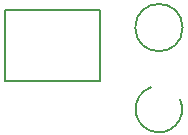
<source format=gbr>
%TF.GenerationSoftware,KiCad,Pcbnew,(6.0.4)*%
%TF.CreationDate,2022-04-09T22:00:39+03:00*%
%TF.ProjectId,Test,54657374-2e6b-4696-9361-645f70636258,rev?*%
%TF.SameCoordinates,Original*%
%TF.FileFunction,OtherDrawing,Comment*%
%FSLAX46Y46*%
G04 Gerber Fmt 4.6, Leading zero omitted, Abs format (unit mm)*
G04 Created by KiCad (PCBNEW (6.0.4)) date 2022-04-09 22:00:39*
%MOMM*%
%LPD*%
G01*
G04 APERTURE LIST*
%ADD10C,0.150000*%
G04 APERTURE END LIST*
D10*
X33808367Y-21855646D02*
G75*
G03*
X36299999Y-22900000I691633J-1844354D01*
G01*
X36500000Y-16800000D02*
G75*
G03*
X36500000Y-16800000I-2000000J0D01*
G01*
X21500000Y-21300000D02*
X21500000Y-15300000D01*
X29500000Y-21300000D02*
X21500000Y-21300000D01*
X29500000Y-15300000D02*
X29500000Y-21300000D01*
X21500000Y-15300000D02*
X29500000Y-15300000D01*
M02*

</source>
